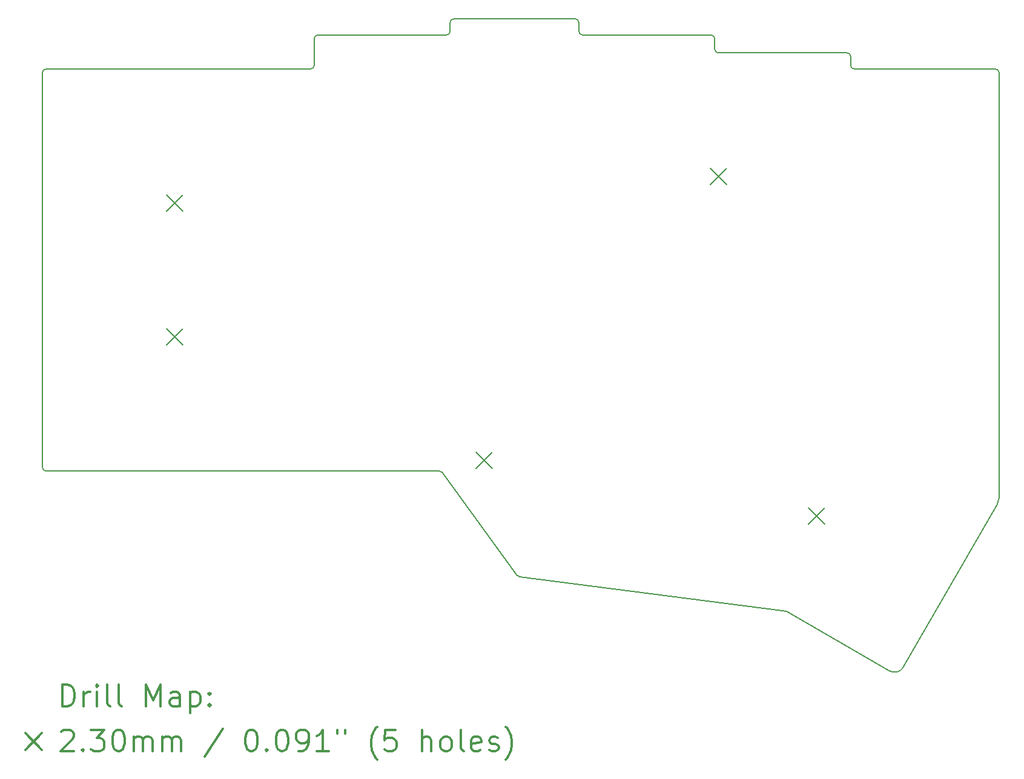
<source format=gbr>
%FSLAX45Y45*%
G04 Gerber Fmt 4.5, Leading zero omitted, Abs format (unit mm)*
G04 Created by KiCad (PCBNEW 5.1.5+dfsg1-2~bpo10+1) date 2020-11-03 09:19:01*
%MOMM*%
%LPD*%
G04 APERTURE LIST*
%TA.AperFunction,Profile*%
%ADD10C,0.150000*%
%TD*%
%ADD11C,0.200000*%
%ADD12C,0.300000*%
G04 APERTURE END LIST*
D10*
X19475000Y-12797500D02*
G75*
G02X19452276Y-12884770I-170224J-2270D01*
G01*
X18129726Y-15178146D02*
G75*
G02X17936925Y-15216096I-115301J77051D01*
G01*
X16442056Y-14377034D02*
G75*
G02X16507500Y-14390000I-33315J-339810D01*
G01*
X18129726Y-15178146D02*
X19452500Y-12885000D01*
X16507500Y-14390000D02*
X17936925Y-15216096D01*
X12775000Y-13900000D02*
X16442056Y-14377034D01*
X12739645Y-13885355D02*
G75*
G03X12775000Y-13900000I35355J35355D01*
G01*
X11685355Y-12439645D02*
X12739645Y-13885355D01*
X17400000Y-6625000D02*
X17400000Y-6750000D01*
X17400000Y-6625000D02*
G75*
G03X17350000Y-6575000I-50000J0D01*
G01*
X17400000Y-6750000D02*
G75*
G03X17450000Y-6800000I50000J0D01*
G01*
X19425000Y-6800000D02*
X17450000Y-6800000D01*
X11685355Y-12439645D02*
G75*
G03X11650000Y-12425000I-35355J-35355D01*
G01*
X6100000Y-12375000D02*
G75*
G03X6150000Y-12425000I50000J0D01*
G01*
X6150000Y-6800000D02*
G75*
G03X6100000Y-6850000I0J-50000D01*
G01*
X9850000Y-6800000D02*
G75*
G03X9900000Y-6750000I0J50000D01*
G01*
X9950000Y-6325000D02*
G75*
G03X9900000Y-6375000I0J-50000D01*
G01*
X11750000Y-6325000D02*
G75*
G03X11800000Y-6275000I0J50000D01*
G01*
X11850000Y-6100000D02*
G75*
G03X11800000Y-6150000I0J-50000D01*
G01*
X13600000Y-6150000D02*
G75*
G03X13550000Y-6100000I-50000J0D01*
G01*
X13600000Y-6275000D02*
G75*
G03X13650000Y-6325000I50000J0D01*
G01*
X15500000Y-6375000D02*
G75*
G03X15450000Y-6325000I-50000J0D01*
G01*
X15500000Y-6525000D02*
G75*
G03X15550000Y-6575000I50000J0D01*
G01*
X19475000Y-6850000D02*
G75*
G03X19425000Y-6800000I-50000J0D01*
G01*
X19475000Y-6850000D02*
X19475000Y-12797500D01*
X11650000Y-12425000D02*
X6149999Y-12425000D01*
X6100000Y-6850000D02*
X6100000Y-12375000D01*
X9850000Y-6800000D02*
X6150000Y-6800000D01*
X9900000Y-6375000D02*
X9900000Y-6750000D01*
X11750000Y-6325000D02*
X9950000Y-6325000D01*
X11800000Y-6150000D02*
X11800000Y-6275000D01*
X13550000Y-6100000D02*
X11850000Y-6100000D01*
X13600000Y-6275000D02*
X13600000Y-6150000D01*
X15450000Y-6325000D02*
X13650000Y-6325000D01*
X15500000Y-6525000D02*
X15500000Y-6375000D01*
X17350000Y-6575000D02*
X15550000Y-6575000D01*
D11*
X16810000Y-12935000D02*
X17040000Y-13165000D01*
X17040000Y-12935000D02*
X16810000Y-13165000D01*
X7835000Y-10435000D02*
X8065000Y-10665000D01*
X8065000Y-10435000D02*
X7835000Y-10665000D01*
X12160000Y-12160000D02*
X12390000Y-12390000D01*
X12390000Y-12160000D02*
X12160000Y-12390000D01*
X7835000Y-8560000D02*
X8065000Y-8790000D01*
X8065000Y-8560000D02*
X7835000Y-8790000D01*
X15435000Y-8185000D02*
X15665000Y-8415000D01*
X15665000Y-8185000D02*
X15435000Y-8415000D01*
D12*
X6378928Y-15712987D02*
X6378928Y-15412987D01*
X6450357Y-15412987D01*
X6493214Y-15427272D01*
X6521786Y-15455844D01*
X6536071Y-15484415D01*
X6550357Y-15541558D01*
X6550357Y-15584415D01*
X6536071Y-15641558D01*
X6521786Y-15670129D01*
X6493214Y-15698701D01*
X6450357Y-15712987D01*
X6378928Y-15712987D01*
X6678928Y-15712987D02*
X6678928Y-15512987D01*
X6678928Y-15570129D02*
X6693214Y-15541558D01*
X6707500Y-15527272D01*
X6736071Y-15512987D01*
X6764643Y-15512987D01*
X6864643Y-15712987D02*
X6864643Y-15512987D01*
X6864643Y-15412987D02*
X6850357Y-15427272D01*
X6864643Y-15441558D01*
X6878928Y-15427272D01*
X6864643Y-15412987D01*
X6864643Y-15441558D01*
X7050357Y-15712987D02*
X7021786Y-15698701D01*
X7007500Y-15670129D01*
X7007500Y-15412987D01*
X7207500Y-15712987D02*
X7178928Y-15698701D01*
X7164643Y-15670129D01*
X7164643Y-15412987D01*
X7550357Y-15712987D02*
X7550357Y-15412987D01*
X7650357Y-15627272D01*
X7750357Y-15412987D01*
X7750357Y-15712987D01*
X8021786Y-15712987D02*
X8021786Y-15555844D01*
X8007500Y-15527272D01*
X7978928Y-15512987D01*
X7921786Y-15512987D01*
X7893214Y-15527272D01*
X8021786Y-15698701D02*
X7993214Y-15712987D01*
X7921786Y-15712987D01*
X7893214Y-15698701D01*
X7878928Y-15670129D01*
X7878928Y-15641558D01*
X7893214Y-15612987D01*
X7921786Y-15598701D01*
X7993214Y-15598701D01*
X8021786Y-15584415D01*
X8164643Y-15512987D02*
X8164643Y-15812987D01*
X8164643Y-15527272D02*
X8193214Y-15512987D01*
X8250357Y-15512987D01*
X8278928Y-15527272D01*
X8293214Y-15541558D01*
X8307500Y-15570129D01*
X8307500Y-15655844D01*
X8293214Y-15684415D01*
X8278928Y-15698701D01*
X8250357Y-15712987D01*
X8193214Y-15712987D01*
X8164643Y-15698701D01*
X8436071Y-15684415D02*
X8450357Y-15698701D01*
X8436071Y-15712987D01*
X8421786Y-15698701D01*
X8436071Y-15684415D01*
X8436071Y-15712987D01*
X8436071Y-15527272D02*
X8450357Y-15541558D01*
X8436071Y-15555844D01*
X8421786Y-15541558D01*
X8436071Y-15527272D01*
X8436071Y-15555844D01*
X5862500Y-16092272D02*
X6092500Y-16322272D01*
X6092500Y-16092272D02*
X5862500Y-16322272D01*
X6364643Y-16071558D02*
X6378928Y-16057272D01*
X6407500Y-16042987D01*
X6478928Y-16042987D01*
X6507500Y-16057272D01*
X6521786Y-16071558D01*
X6536071Y-16100129D01*
X6536071Y-16128701D01*
X6521786Y-16171558D01*
X6350357Y-16342987D01*
X6536071Y-16342987D01*
X6664643Y-16314415D02*
X6678928Y-16328701D01*
X6664643Y-16342987D01*
X6650357Y-16328701D01*
X6664643Y-16314415D01*
X6664643Y-16342987D01*
X6778928Y-16042987D02*
X6964643Y-16042987D01*
X6864643Y-16157272D01*
X6907500Y-16157272D01*
X6936071Y-16171558D01*
X6950357Y-16185844D01*
X6964643Y-16214415D01*
X6964643Y-16285844D01*
X6950357Y-16314415D01*
X6936071Y-16328701D01*
X6907500Y-16342987D01*
X6821786Y-16342987D01*
X6793214Y-16328701D01*
X6778928Y-16314415D01*
X7150357Y-16042987D02*
X7178928Y-16042987D01*
X7207500Y-16057272D01*
X7221786Y-16071558D01*
X7236071Y-16100129D01*
X7250357Y-16157272D01*
X7250357Y-16228701D01*
X7236071Y-16285844D01*
X7221786Y-16314415D01*
X7207500Y-16328701D01*
X7178928Y-16342987D01*
X7150357Y-16342987D01*
X7121786Y-16328701D01*
X7107500Y-16314415D01*
X7093214Y-16285844D01*
X7078928Y-16228701D01*
X7078928Y-16157272D01*
X7093214Y-16100129D01*
X7107500Y-16071558D01*
X7121786Y-16057272D01*
X7150357Y-16042987D01*
X7378928Y-16342987D02*
X7378928Y-16142987D01*
X7378928Y-16171558D02*
X7393214Y-16157272D01*
X7421786Y-16142987D01*
X7464643Y-16142987D01*
X7493214Y-16157272D01*
X7507500Y-16185844D01*
X7507500Y-16342987D01*
X7507500Y-16185844D02*
X7521786Y-16157272D01*
X7550357Y-16142987D01*
X7593214Y-16142987D01*
X7621786Y-16157272D01*
X7636071Y-16185844D01*
X7636071Y-16342987D01*
X7778928Y-16342987D02*
X7778928Y-16142987D01*
X7778928Y-16171558D02*
X7793214Y-16157272D01*
X7821786Y-16142987D01*
X7864643Y-16142987D01*
X7893214Y-16157272D01*
X7907500Y-16185844D01*
X7907500Y-16342987D01*
X7907500Y-16185844D02*
X7921786Y-16157272D01*
X7950357Y-16142987D01*
X7993214Y-16142987D01*
X8021786Y-16157272D01*
X8036071Y-16185844D01*
X8036071Y-16342987D01*
X8621786Y-16028701D02*
X8364643Y-16414415D01*
X9007500Y-16042987D02*
X9036071Y-16042987D01*
X9064643Y-16057272D01*
X9078928Y-16071558D01*
X9093214Y-16100129D01*
X9107500Y-16157272D01*
X9107500Y-16228701D01*
X9093214Y-16285844D01*
X9078928Y-16314415D01*
X9064643Y-16328701D01*
X9036071Y-16342987D01*
X9007500Y-16342987D01*
X8978928Y-16328701D01*
X8964643Y-16314415D01*
X8950357Y-16285844D01*
X8936071Y-16228701D01*
X8936071Y-16157272D01*
X8950357Y-16100129D01*
X8964643Y-16071558D01*
X8978928Y-16057272D01*
X9007500Y-16042987D01*
X9236071Y-16314415D02*
X9250357Y-16328701D01*
X9236071Y-16342987D01*
X9221786Y-16328701D01*
X9236071Y-16314415D01*
X9236071Y-16342987D01*
X9436071Y-16042987D02*
X9464643Y-16042987D01*
X9493214Y-16057272D01*
X9507500Y-16071558D01*
X9521786Y-16100129D01*
X9536071Y-16157272D01*
X9536071Y-16228701D01*
X9521786Y-16285844D01*
X9507500Y-16314415D01*
X9493214Y-16328701D01*
X9464643Y-16342987D01*
X9436071Y-16342987D01*
X9407500Y-16328701D01*
X9393214Y-16314415D01*
X9378928Y-16285844D01*
X9364643Y-16228701D01*
X9364643Y-16157272D01*
X9378928Y-16100129D01*
X9393214Y-16071558D01*
X9407500Y-16057272D01*
X9436071Y-16042987D01*
X9678928Y-16342987D02*
X9736071Y-16342987D01*
X9764643Y-16328701D01*
X9778928Y-16314415D01*
X9807500Y-16271558D01*
X9821786Y-16214415D01*
X9821786Y-16100129D01*
X9807500Y-16071558D01*
X9793214Y-16057272D01*
X9764643Y-16042987D01*
X9707500Y-16042987D01*
X9678928Y-16057272D01*
X9664643Y-16071558D01*
X9650357Y-16100129D01*
X9650357Y-16171558D01*
X9664643Y-16200129D01*
X9678928Y-16214415D01*
X9707500Y-16228701D01*
X9764643Y-16228701D01*
X9793214Y-16214415D01*
X9807500Y-16200129D01*
X9821786Y-16171558D01*
X10107500Y-16342987D02*
X9936071Y-16342987D01*
X10021786Y-16342987D02*
X10021786Y-16042987D01*
X9993214Y-16085844D01*
X9964643Y-16114415D01*
X9936071Y-16128701D01*
X10221786Y-16042987D02*
X10221786Y-16100129D01*
X10336071Y-16042987D02*
X10336071Y-16100129D01*
X10778928Y-16457272D02*
X10764643Y-16442987D01*
X10736071Y-16400129D01*
X10721786Y-16371558D01*
X10707500Y-16328701D01*
X10693214Y-16257272D01*
X10693214Y-16200129D01*
X10707500Y-16128701D01*
X10721786Y-16085844D01*
X10736071Y-16057272D01*
X10764643Y-16014415D01*
X10778928Y-16000129D01*
X11036071Y-16042987D02*
X10893214Y-16042987D01*
X10878928Y-16185844D01*
X10893214Y-16171558D01*
X10921786Y-16157272D01*
X10993214Y-16157272D01*
X11021786Y-16171558D01*
X11036071Y-16185844D01*
X11050357Y-16214415D01*
X11050357Y-16285844D01*
X11036071Y-16314415D01*
X11021786Y-16328701D01*
X10993214Y-16342987D01*
X10921786Y-16342987D01*
X10893214Y-16328701D01*
X10878928Y-16314415D01*
X11407500Y-16342987D02*
X11407500Y-16042987D01*
X11536071Y-16342987D02*
X11536071Y-16185844D01*
X11521786Y-16157272D01*
X11493214Y-16142987D01*
X11450357Y-16142987D01*
X11421786Y-16157272D01*
X11407500Y-16171558D01*
X11721786Y-16342987D02*
X11693214Y-16328701D01*
X11678928Y-16314415D01*
X11664643Y-16285844D01*
X11664643Y-16200129D01*
X11678928Y-16171558D01*
X11693214Y-16157272D01*
X11721786Y-16142987D01*
X11764643Y-16142987D01*
X11793214Y-16157272D01*
X11807500Y-16171558D01*
X11821786Y-16200129D01*
X11821786Y-16285844D01*
X11807500Y-16314415D01*
X11793214Y-16328701D01*
X11764643Y-16342987D01*
X11721786Y-16342987D01*
X11993214Y-16342987D02*
X11964643Y-16328701D01*
X11950357Y-16300129D01*
X11950357Y-16042987D01*
X12221786Y-16328701D02*
X12193214Y-16342987D01*
X12136071Y-16342987D01*
X12107500Y-16328701D01*
X12093214Y-16300129D01*
X12093214Y-16185844D01*
X12107500Y-16157272D01*
X12136071Y-16142987D01*
X12193214Y-16142987D01*
X12221786Y-16157272D01*
X12236071Y-16185844D01*
X12236071Y-16214415D01*
X12093214Y-16242987D01*
X12350357Y-16328701D02*
X12378928Y-16342987D01*
X12436071Y-16342987D01*
X12464643Y-16328701D01*
X12478928Y-16300129D01*
X12478928Y-16285844D01*
X12464643Y-16257272D01*
X12436071Y-16242987D01*
X12393214Y-16242987D01*
X12364643Y-16228701D01*
X12350357Y-16200129D01*
X12350357Y-16185844D01*
X12364643Y-16157272D01*
X12393214Y-16142987D01*
X12436071Y-16142987D01*
X12464643Y-16157272D01*
X12578928Y-16457272D02*
X12593214Y-16442987D01*
X12621786Y-16400129D01*
X12636071Y-16371558D01*
X12650357Y-16328701D01*
X12664643Y-16257272D01*
X12664643Y-16200129D01*
X12650357Y-16128701D01*
X12636071Y-16085844D01*
X12621786Y-16057272D01*
X12593214Y-16014415D01*
X12578928Y-16000129D01*
M02*

</source>
